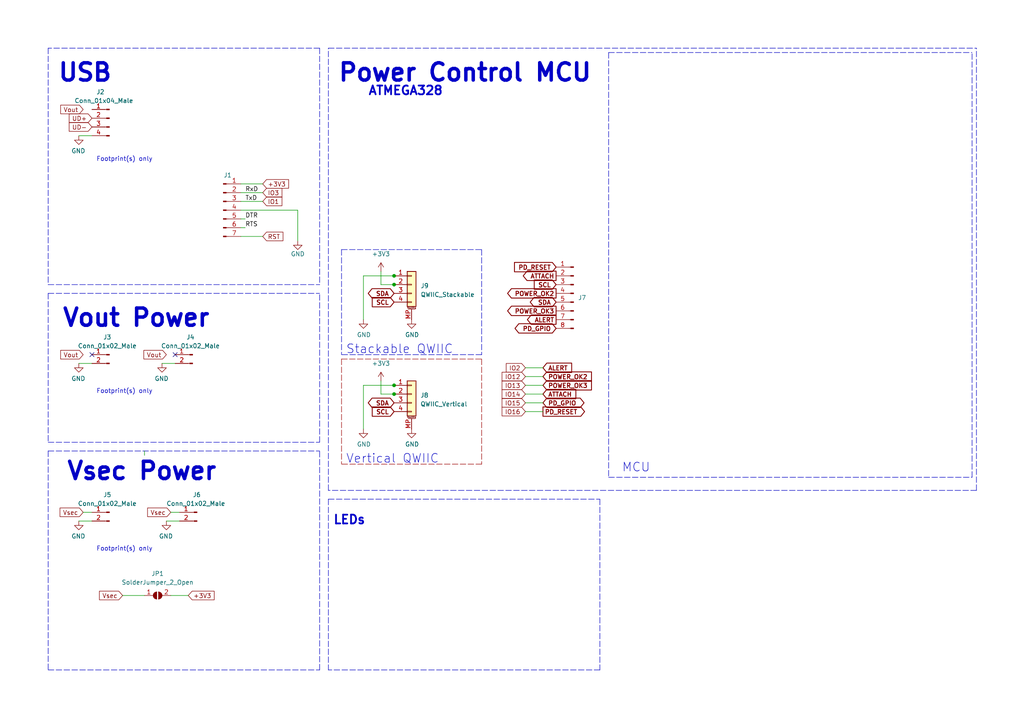
<source format=kicad_sch>
(kicad_sch (version 20211123) (generator eeschema)
  (paper "A4")
  (title_block (title "Pro-Mini Clone") (rev "0.0.0") (company "The Nerd Mage") (comment 2 "Massively a WIP!"))
  (lib_symbols
    (symbol "Connector:Conn_01x02_Male" (pin_names (offset 1.016) hide)
      (property "Reference" "J" (at 0 2.54 0))
      (property "Value" "Conn_01x02_Male" (at 0 -5.08 0))
      (symbol "Conn_01x02_Male_1_1"
        (polyline (pts (xy 1.27 -2.54) (xy 0.8636 -2.54)) (stroke (width 0.1524)))
        (polyline (pts (xy 1.27 0) (xy 0.8636 0)) (stroke (width 0.1524)))
        (rectangle (start 0.8636 -2.413) (end 0 -2.667) (stroke (width 0.1524)) (fill (type outline)))
        (rectangle (start 0.8636 0.127) (end 0 -0.127) (stroke (width 0.1524)) (fill (type outline)))
        (pin passive line (at 5.08 0 180) (length 3.81) (name "Pin_1") (number "1"))
        (pin passive line (at 5.08 -2.54 180) (length 3.81) (name "Pin_2") (number "2"))
      )
    )
    (symbol "Connector:Conn_01x04_Male" (pin_names (offset 1.016) hide)
      (property "Reference" "J" (at 0 5.08 0))
      (property "Value" "Conn_01x04_Male" (at 0 -7.62 0))
      (symbol "Conn_01x04_Male_1_1"
        (polyline (pts (xy 1.27 -5.08) (xy 0.8636 -5.08)) (stroke (width 0.1524)))
        (polyline (pts (xy 1.27 -2.54) (xy 0.8636 -2.54)) (stroke (width 0.1524)))
        (polyline (pts (xy 1.27 0) (xy 0.8636 0)) (stroke (width 0.1524)))
        (polyline (pts (xy 1.27 2.54) (xy 0.8636 2.54)) (stroke (width 0.1524)))
        (rectangle (start 0.8636 -4.953) (end 0 -5.207) (stroke (width 0.1524)) (fill (type outline)))
        (rectangle (start 0.8636 -2.413) (end 0 -2.667) (stroke (width 0.1524)) (fill (type outline)))
        (rectangle (start 0.8636 0.127) (end 0 -0.127) (stroke (width 0.1524)) (fill (type outline)))
        (rectangle (start 0.8636 2.667) (end 0 2.413) (stroke (width 0.1524)) (fill (type outline)))
        (pin passive line (at 5.08 2.54 180) (length 3.81) (name "Pin_1") (number "1"))
        (pin passive line (at 5.08 0 180) (length 3.81) (name "Pin_2") (number "2"))
        (pin passive line (at 5.08 -2.54 180) (length 3.81) (name "Pin_3") (number "3"))
        (pin passive line (at 5.08 -5.08 180) (length 3.81) (name "Pin_4") (number "4"))
      )
    )
    (symbol "Connector:Conn_01x07_Male" (pin_names (offset 1.016) hide)
      (property "Reference" "J" (at 0 10.16 0))
      (property "Value" "Conn_01x07_Male" (at 0 -10.16 0))
      (symbol "Conn_01x07_Male_1_1"
        (polyline (pts (xy 1.27 -7.62) (xy 0.8636 -7.62)) (stroke (width 0.1524)))
        (polyline (pts (xy 1.27 -5.08) (xy 0.8636 -5.08)) (stroke (width 0.1524)))
        (polyline (pts (xy 1.27 -2.54) (xy 0.8636 -2.54)) (stroke (width 0.1524)))
        (polyline (pts (xy 1.27 0) (xy 0.8636 0)) (stroke (width 0.1524)))
        (polyline (pts (xy 1.27 2.54) (xy 0.8636 2.54)) (stroke (width 0.1524)))
        (polyline (pts (xy 1.27 5.08) (xy 0.8636 5.08)) (stroke (width 0.1524)))
        (polyline (pts (xy 1.27 7.62) (xy 0.8636 7.62)) (stroke (width 0.1524)))
        (rectangle (start 0.8636 -7.493) (end 0 -7.747) (stroke (width 0.1524)) (fill (type outline)))
        (rectangle (start 0.8636 -4.953) (end 0 -5.207) (stroke (width 0.1524)) (fill (type outline)))
        (rectangle (start 0.8636 -2.413) (end 0 -2.667) (stroke (width 0.1524)) (fill (type outline)))
        (rectangle (start 0.8636 0.127) (end 0 -0.127) (stroke (width 0.1524)) (fill (type outline)))
        (rectangle (start 0.8636 2.667) (end 0 2.413) (stroke (width 0.1524)) (fill (type outline)))
        (rectangle (start 0.8636 5.207) (end 0 4.953) (stroke (width 0.1524)) (fill (type outline)))
        (rectangle (start 0.8636 7.747) (end 0 7.493) (stroke (width 0.1524)) (fill (type outline)))
        (pin passive line (at 5.08 7.62 180) (length 3.81) (name "Pin_1") (number "1"))
        (pin passive line (at 5.08 5.08 180) (length 3.81) (name "Pin_2") (number "2"))
        (pin passive line (at 5.08 2.54 180) (length 3.81) (name "Pin_3") (number "3"))
        (pin passive line (at 5.08 0 180) (length 3.81) (name "Pin_4") (number "4"))
        (pin passive line (at 5.08 -2.54 180) (length 3.81) (name "Pin_5") (number "5"))
        (pin passive line (at 5.08 -5.08 180) (length 3.81) (name "Pin_6") (number "6"))
        (pin passive line (at 5.08 -7.62 180) (length 3.81) (name "Pin_7") (number "7"))
      )
    )
    (symbol "Connector:Conn_01x08_Male" (pin_names (offset 1.016) hide)
      (property "Reference" "J" (at 0 10.16 0))
      (property "Value" "Conn_01x08_Male" (at 0 -12.7 0))
      (symbol "Conn_01x08_Male_1_1"
        (polyline (pts (xy 1.27 -10.16) (xy 0.8636 -10.16)) (stroke (width 0.1524)))
        (polyline (pts (xy 1.27 -7.62) (xy 0.8636 -7.62)) (stroke (width 0.1524)))
        (polyline (pts (xy 1.27 -5.08) (xy 0.8636 -5.08)) (stroke (width 0.1524)))
        (polyline (pts (xy 1.27 -2.54) (xy 0.8636 -2.54)) (stroke (width 0.1524)))
        (polyline (pts (xy 1.27 0) (xy 0.8636 0)) (stroke (width 0.1524)))
        (polyline (pts (xy 1.27 2.54) (xy 0.8636 2.54)) (stroke (width 0.1524)))
        (polyline (pts (xy 1.27 5.08) (xy 0.8636 5.08)) (stroke (width 0.1524)))
        (polyline (pts (xy 1.27 7.62) (xy 0.8636 7.62)) (stroke (width 0.1524)))
        (rectangle (start 0.8636 -10.033) (end 0 -10.287) (stroke (width 0.1524)) (fill (type outline)))
        (rectangle (start 0.8636 -7.493) (end 0 -7.747) (stroke (width 0.1524)) (fill (type outline)))
        (rectangle (start 0.8636 -4.953) (end 0 -5.207) (stroke (width 0.1524)) (fill (type outline)))
        (rectangle (start 0.8636 -2.413) (end 0 -2.667) (stroke (width 0.1524)) (fill (type outline)))
        (rectangle (start 0.8636 0.127) (end 0 -0.127) (stroke (width 0.1524)) (fill (type outline)))
        (rectangle (start 0.8636 2.667) (end 0 2.413) (stroke (width 0.1524)) (fill (type outline)))
        (rectangle (start 0.8636 5.207) (end 0 4.953) (stroke (width 0.1524)) (fill (type outline)))
        (rectangle (start 0.8636 7.747) (end 0 7.493) (stroke (width 0.1524)) (fill (type outline)))
        (pin passive line (at 5.08 7.62 180) (length 3.81) (name "Pin_1") (number "1"))
        (pin passive line (at 5.08 5.08 180) (length 3.81) (name "Pin_2") (number "2"))
        (pin passive line (at 5.08 2.54 180) (length 3.81) (name "Pin_3") (number "3"))
        (pin passive line (at 5.08 0 180) (length 3.81) (name "Pin_4") (number "4"))
        (pin passive line (at 5.08 -2.54 180) (length 3.81) (name "Pin_5") (number "5"))
        (pin passive line (at 5.08 -5.08 180) (length 3.81) (name "Pin_6") (number "6"))
        (pin passive line (at 5.08 -7.62 180) (length 3.81) (name "Pin_7") (number "7"))
        (pin passive line (at 5.08 -10.16 180) (length 3.81) (name "Pin_8") (number "8"))
      )
    )
    (symbol "Connector_Generic_MountingPin:Conn_01x04_MountingPin" (pin_names (offset 1.016) hide)
      (property "Reference" "J" (at 0 5.08 0))
      (property "Value" "Conn_01x04_MountingPin" (at 1.27 -7.62 0))
      (symbol "Conn_01x04_MountingPin_1_1"
        (rectangle (start -1.27 -4.953) (end 0 -5.207) (stroke (width 0.1524)))
        (rectangle (start -1.27 -2.413) (end 0 -2.667) (stroke (width 0.1524)))
        (rectangle (start -1.27 0.127) (end 0 -0.127) (stroke (width 0.1524)))
        (rectangle (start -1.27 2.667) (end 0 2.413) (stroke (width 0.1524)))
        (rectangle (start -1.27 3.81) (end 1.27 -6.35) (stroke (width 0.254)) (fill (type background)))
        (polyline (pts (xy -1.016 -7.112) (xy 1.016 -7.112)) (stroke (width 0.1524)))
        (text "Mounting" (at 0 -6.731 0) (effects (font (size 0.381 0.381))))
        (pin passive line (at -5.08 2.54 0) (length 3.81) (name "Pin_1") (number "1"))
        (pin passive line (at -5.08 0 0) (length 3.81) (name "Pin_2") (number "2"))
        (pin passive line (at -5.08 -2.54 0) (length 3.81) (name "Pin_3") (number "3"))
        (pin passive line (at -5.08 -5.08 0) (length 3.81) (name "Pin_4") (number "4"))
        (pin passive line (at 0 -10.16 90) (length 3.048) (name "MountPin") (number "MP"))
      )
    )
    (symbol "Connector_QWIIC_Stackable:QWIIC_Stackable" (pin_names (offset 1.016) hide)
      (property "Reference" "J" (at 0 5.08 0))
      (property "Value" "QWIIC_Stackable" (at 1.27 -7.62 0))
      (symbol "QWIIC_Stackable_1_1"
        (rectangle (start -1.27 -4.953) (end 0 -5.207) (stroke (width 0.1524)))
        (rectangle (start -1.27 -2.413) (end 0 -2.667) (stroke (width 0.1524)))
        (rectangle (start -1.27 0.127) (end 0 -0.127) (stroke (width 0.1524)))
        (rectangle (start -1.27 2.667) (end 0 2.413) (stroke (width 0.1524)))
        (rectangle (start -1.27 3.81) (end 1.27 -6.35) (stroke (width 0.254)) (fill (type background)))
        (polyline (pts (xy -1.016 -7.112) (xy 1.016 -7.112)) (stroke (width 0.1524)))
        (text "Mounting" (at 0 -6.731 0) (effects (font (size 0.381 0.381))))
        (pin passive line (at -5.08 2.54 0) (length 3.81) (name "Pin_1") (number "1"))
        (pin passive line (at -5.08 0 0) (length 3.81) (name "Pin_2") (number "2"))
        (pin passive line (at -5.08 -2.54 0) (length 3.81) (name "Pin_3") (number "3"))
        (pin passive line (at -5.08 -5.08 0) (length 3.81) (name "Pin_4") (number "4"))
        (pin passive line (at 0 -10.16 90) (length 3.048) (name "MountPin") (number "MP"))
      )
    )
    (symbol "Jumper:SolderJumper_2_Open" (pin_names (offset 0) hide)
      (property "Reference" "JP" (at 0 2.032 0))
      (property "Value" "SolderJumper_2_Open" (at 0 -2.54 0))
      (symbol "SolderJumper_2_Open_0_1"
        (arc (start -0.254 1.016) (mid -1.27 0) (end -0.254 -1.016))
        (arc (start -0.254 1.016) (mid -1.27 0) (end -0.254 -1.016) (fill (type outline)))
        (polyline (pts (xy -0.254 1.016) (xy -0.254 -1.016)))
        (polyline (pts (xy 0.254 1.016) (xy 0.254 -1.016)))
        (arc (start 0.254 -1.016) (mid 1.27 0) (end 0.254 1.016))
        (arc (start 0.254 -1.016) (mid 1.27 0) (end 0.254 1.016) (fill (type outline)))
      )
      (symbol "SolderJumper_2_Open_1_1"
        (pin passive line (at -3.81 0 0) (length 2.54) (name "A") (number "1"))
        (pin passive line (at 3.81 0 180) (length 2.54) (name "B") (number "2"))
      )
    )
    (symbol "power:+3.3V" (power) (pin_names (offset 0))
      (property "Value" "+3.3V" (at 0 3.556 0))
      (symbol "+3.3V_0_1"
        (polyline (pts (xy -0.762 1.27) (xy 0 2.54)))
        (polyline (pts (xy 0 0) (xy 0 2.54)))
        (polyline (pts (xy 0 2.54) (xy 0.762 1.27)))
      )
      (symbol "+3.3V_1_1"
        (pin power_in line (at 0 0 90) (length 0) hide (name "+3V3") (number "1"))
      )
    )
    (symbol "power:GND" (power) (pin_names (offset 0))
      (property "Value" "GND" (at 0 -3.81 0))
      (symbol "GND_0_1"
        (polyline (pts (xy 0 0) (xy 0 -1.27) (xy 1.27 -1.27) (xy 0 -2.54) (xy -1.27 -1.27) (xy 0 -1.27)))
      )
      (symbol "GND_1_1"
        (pin power_in line (at 0 0 270) (length 0) hide (name "GND") (number "1"))
      )
    )
  )
  (junction (at 114.3 82.55))
  (junction (at 114.3 111.76))
  (junction (at 114.3 80.01))
  (junction (at 114.3 114.3))
  (no_connect (at 50.8 102.87))
  (no_connect (at 26.67 102.87))
  (wire (pts (xy 114.3 114.3) (xy 114.2451 114.3184)))
  (wire (pts (xy 114.3 82.55) (xy 110.49 82.55)))
  (wire (pts (xy 35.56 172.72) (xy 41.91 172.72)))
  (polyline (pts (xy 95.25 144.78) (xy 173.99 144.78)))
  (polyline (pts (xy 92.71 13.97) (xy 92.71 82.55)))
  (polyline (pts (xy 176.53 138.43) (xy 281.94 138.43)))
  (wire (pts (xy 114.3 82.55) (xy 114.2451 82.5684)))
  (polyline (pts (xy 92.71 13.97) (xy 13.97 13.97)))
  (polyline (pts (xy 13.97 128.27) (xy 92.71 128.27)))
  (polyline (pts (xy 95.25 144.78) (xy 95.25 194.31)))
  (polyline (pts (xy 99.06 104.14) (xy 99.06 134.62)) (stroke (width 0) (color 155 0 0 1)))
  (wire (pts (xy 69.85 53.34) (xy 76.2 53.34)))
  (wire (pts (xy 110.49 114.3) (xy 110.49 110.49)))
  (polyline (pts (xy 92.71 128.27) (xy 92.71 85.09)))
  (polyline (pts (xy 139.7 72.39) (xy 139.7 102.87)))
  (wire (pts (xy 114.3 80.01) (xy 105.41 80.01)))
  (polyline (pts (xy 13.97 130.81) (xy 92.71 130.81)))
  (polyline (pts (xy 99.06 104.14) (xy 139.7 104.14)) (stroke (width 0) (color 155 0 0 1)))
  (wire (pts (xy 69.85 66.04) (xy 71.12 66.04)))
  (wire (pts (xy 69.85 63.5) (xy 71.12 63.5)))
  (polyline (pts (xy 13.97 85.09) (xy 13.97 128.27)))
  (wire (pts (xy 69.85 68.58) (xy 76.2 68.58)))
  (wire (pts (xy 152.4 109.22) (xy 157.48 109.22)))
  (polyline (pts (xy 173.99 194.31) (xy 95.25 194.31)))
  (polyline (pts (xy 176.53 15.24) (xy 176.53 138.43)))
  (polyline (pts (xy 281.94 138.43) (xy 281.94 15.24)))
  (polyline (pts (xy 13.97 194.31) (xy 92.71 194.31)))
  (wire (pts (xy 26.67 39.37) (xy 22.86 39.37)))
  (wire (pts (xy 110.49 82.55) (xy 110.49 78.74)))
  (wire (pts (xy 69.85 58.42) (xy 76.2 58.42)))
  (polyline (pts (xy 13.97 82.55) (xy 92.71 82.55)))
  (polyline (pts (xy 95.25 142.24) (xy 95.25 13.97)))
  (polyline (pts (xy 92.71 194.31) (xy 92.71 130.81)))
  (polyline (pts (xy 13.97 130.81) (xy 13.97 194.31)))
  (wire (pts (xy 152.4 119.38) (xy 157.48 119.38)))
  (wire (pts (xy 86.36 60.96) (xy 69.85 60.96)))
  (polyline (pts (xy 95.25 13.97) (xy 283.21 13.97)))
  (polyline (pts (xy 283.21 142.24) (xy 95.25 142.24)))
  (polyline (pts (xy 99.06 72.39) (xy 139.7 72.39)))
  (polyline (pts (xy 13.97 13.97) (xy 13.97 82.55)))
  (wire (pts (xy 26.67 105.41) (xy 22.86 105.41)))
  (wire (pts (xy 69.85 55.88) (xy 76.2 55.88)))
  (wire (pts (xy 152.4 114.3) (xy 157.48 114.3)))
  (polyline (pts (xy 139.7 104.14) (xy 139.7 134.62)) (stroke (width 0) (color 155 0 0 1)))
  (wire (pts (xy 41.91 132.08) (xy 41.91 130.81)))
  (polyline (pts (xy 99.06 72.39) (xy 99.06 102.87)))
  (wire (pts (xy 152.4 106.68) (xy 157.48 106.68)))
  (wire (pts (xy 49.53 172.72) (xy 54.61 172.72)))
  (wire (pts (xy 152.4 111.76) (xy 157.48 111.76)))
  (wire (pts (xy 49.53 148.59) (xy 52.07 148.59)))
  (wire (pts (xy 114.3 111.76) (xy 114.2451 111.7784)))
  (wire (pts (xy 105.41 80.01) (xy 105.41 92.71)))
  (wire (pts (xy 114.3 111.76) (xy 105.41 111.76)))
  (wire (pts (xy 114.3 114.3) (xy 110.49 114.3)))
  (polyline (pts (xy 173.99 144.78) (xy 173.99 194.31)))
  (polyline (pts (xy 139.7 134.62) (xy 99.06 134.62)) (stroke (width 0) (color 155 0 0 1)))
  (wire (pts (xy 52.07 151.13) (xy 48.26 151.13)))
  (wire (pts (xy 86.36 69.85) (xy 86.36 60.96)))
  (wire (pts (xy 50.8 105.41) (xy 46.99 105.41)))
  (wire (pts (xy 114.3 80.01) (xy 114.2451 80.0284)))
  (polyline (pts (xy 283.21 142.24) (xy 283.21 13.97)))
  (polyline (pts (xy 139.7 102.87) (xy 99.06 102.87)))
  (polyline (pts (xy 13.97 85.09) (xy 92.71 85.09)))
  (wire (pts (xy 24.13 148.59) (xy 26.67 148.59)))
  (polyline (pts (xy 176.53 15.24) (xy 281.94 15.24)))
  (wire (pts (xy 26.67 151.13) (xy 22.86 151.13)))
  (wire (pts (xy 105.41 111.76) (xy 105.41 124.46)))
  (wire (pts (xy 152.4 116.84) (xy 157.48 116.84)))
  (text "Vsec Power" (at 19.05 139.7 0) (effects (font (size 5 5) (thickness 1) bold) (justify left bottom)))
  (text "Vout Power" (at 17.78 95.25 0) (effects (font (size 5 5) (thickness 1) bold) (justify left bottom)))
  (text "MCU" (at 180.34 137.16 0) (effects (font (size 2.54 2.54)) (justify left bottom)))
  (text "Footprint(s) only" (at 27.94 46.99 0) (effects (font (size 1.27 1.27)) (justify left bottom)))
  (text "Footprint(s) only" (at 27.94 160.02 0) (effects (font (size 1.27 1.27)) (justify left bottom)))
  (text "ATMEGA328" (at 106.68 27.94 180) (effects (font (size 2.54 2.54) (thickness 0.508) bold) (justify left bottom)))
  (text "USB" (at 16.51 24.13 0) (effects (font (size 5 5) (thickness 1) bold) (justify left bottom)))
  (text "Stackable QWIIC" (at 100.33 102.87 0) (effects (font (size 2.54 2.54)) (justify left bottom)))
  (text "Vertical QWIIC" (at 100.33 134.62 0) (effects (font (size 2.54 2.54)) (justify left bottom)))
  (text "Power Control MCU" (at 97.79 24.13 0) (effects (font (size 5 5) (thickness 1) bold) (justify left bottom)))
  (text "Footprint(s) only" (at 27.94 114.3 0) (effects (font (size 1.27 1.27)) (justify left bottom)))
  (text "LEDs" (at 96.52 152.4 180) (effects (font (size 2.54 2.54) (thickness 0.508) bold) (justify left bottom)))
  (label "RTS" (at 71.12 66.04 0))
  (label "RxD" (at 71.12 55.88 0))
  (label "TxD" (at 71.12 58.42 0))
  (label "DTR" (at 71.12 63.5 0))
  (global_label "RST" (shape input) (at 76.2 68.58 0) (property "Intersheet References" "${INTERSHEET_REFS}" (effects hide)))
  (global_label "PD_RESET" (shape output) (at 157.48 119.38 0) (effects (font (thickness 0.254) bold)) (property "Intersheet References" "${INTERSHEET_REFS}" (effects hide)))
  (global_label "IO12" (shape input) (at 152.4 109.22 180) (property "Intersheet References" "${INTERSHEET_REFS}" (effects hide)))
  (global_label "ATTACH" (shape input) (at 157.48 114.3 0) (effects (font (thickness 0.254) bold)) (property "Intersheet References" "${INTERSHEET_REFS}" (effects hide)))
  (global_label "PD_GPIO" (shape bidirectional) (at 161.29 95.25 180) (effects (font (thickness 0.254) bold)) (property "Intersheet References" "${INTERSHEET_REFS}" (effects hide)))
  (global_label "IO2" (shape input) (at 152.4 106.68 180) (property "Intersheet References" "${INTERSHEET_REFS}" (effects hide)))
  (global_label "Vout" (shape input) (at 24.13 31.75 180) (property "Intersheet References" "${INTERSHEET_REFS}" (effects hide)))
  (global_label "POWER_OK2" (shape input) (at 157.48 109.22 0) (effects (font (thickness 0.254) bold)) (property "Intersheet References" "${INTERSHEET_REFS}" (effects hide)))
  (global_label "IO16" (shape input) (at 152.4 119.38 180) (property "Intersheet References" "${INTERSHEET_REFS}" (effects hide)))
  (global_label "SDA" (shape bidirectional) (at 114.3 116.84 180) (effects (font bold)) (property "Intersheet References" "${INTERSHEET_REFS}" (effects hide)))
  (global_label "Vout" (shape input) (at 24.13 102.87 180) (property "Intersheet References" "${INTERSHEET_REFS}" (effects hide)))
  (global_label "PD_RESET" (shape input) (at 161.29 77.47 180) (effects (font (thickness 0.254) bold)) (property "Intersheet References" "${INTERSHEET_REFS}" (effects hide)))
  (global_label "PD_GPIO" (shape bidirectional) (at 157.48 116.84 0) (effects (font (thickness 0.254) bold)) (property "Intersheet References" "${INTERSHEET_REFS}" (effects hide)))
  (global_label "IO3" (shape input) (at 76.2 55.88 0) (property "Intersheet References" "${INTERSHEET_REFS}" (effects hide)))
  (global_label "Vsec" (shape input) (at 24.13 148.59 180) (property "Intersheet References" "${INTERSHEET_REFS}" (effects hide)))
  (global_label "IO15" (shape input) (at 152.4 116.84 180) (property "Intersheet References" "${INTERSHEET_REFS}" (effects hide)))
  (global_label "UD-" (shape input) (at 26.67 36.83 180) (property "Intersheet References" "${INTERSHEET_REFS}" (effects hide)))
  (global_label "Vout" (shape input) (at 48.26 102.87 180) (property "Intersheet References" "${INTERSHEET_REFS}" (effects hide)))
  (global_label "IO14" (shape input) (at 152.4 114.3 180) (property "Intersheet References" "${INTERSHEET_REFS}" (effects hide)))
  (global_label "+3V3" (shape input) (at 54.61 172.72 0) (property "Intersheet References" "${INTERSHEET_REFS}" (effects hide)))
  (global_label "ALERT" (shape input) (at 157.48 106.68 0) (effects (font bold)) (property "Intersheet References" "${INTERSHEET_REFS}" (effects hide)))
  (global_label "Vsec" (shape input) (at 35.56 172.72 180) (property "Intersheet References" "${INTERSHEET_REFS}" (effects hide)))
  (global_label "POWER_OK3" (shape input) (at 157.48 111.76 0) (effects (font (thickness 0.254) bold)) (property "Intersheet References" "${INTERSHEET_REFS}" (effects hide)))
  (global_label "SDA" (shape bidirectional) (at 114.3 85.09 180) (effects (font bold)) (property "Intersheet References" "${INTERSHEET_REFS}" (effects hide)))
  (global_label "+3V3" (shape input) (at 76.2 53.34 0) (property "Intersheet References" "${INTERSHEET_REFS}" (effects hide)))
  (global_label "SCL" (shape input) (at 114.3 119.38 180) (effects (font (thickness 0.254) bold)) (property "Intersheet References" "${INTERSHEET_REFS}" (effects hide)))
  (global_label "IO1" (shape input) (at 76.2 58.42 0) (property "Intersheet References" "${INTERSHEET_REFS}" (effects hide)))
  (global_label "SDA" (shape bidirectional) (at 161.29 87.63 180) (effects (font bold)) (property "Intersheet References" "${INTERSHEET_REFS}" (effects hide)))
  (global_label "ALERT" (shape output) (at 161.29 92.71 180) (effects (font bold)) (property "Intersheet References" "${INTERSHEET_REFS}" (effects hide)))
  (global_label "ATTACH" (shape output) (at 161.29 80.01 180) (effects (font (thickness 0.254) bold)) (property "Intersheet References" "${INTERSHEET_REFS}" (effects hide)))
  (global_label "IO13" (shape input) (at 152.4 111.76 180) (property "Intersheet References" "${INTERSHEET_REFS}" (effects hide)))
  (global_label "SCL" (shape input) (at 114.3 87.63 180) (effects (font (thickness 0.254) bold)) (property "Intersheet References" "${INTERSHEET_REFS}" (effects hide)))
  (global_label "SCL" (shape input) (at 161.29 82.55 180) (effects (font (thickness 0.254) bold)) (property "Intersheet References" "${INTERSHEET_REFS}" (effects hide)))
  (global_label "Vsec" (shape input) (at 49.53 148.59 180) (property "Intersheet References" "${INTERSHEET_REFS}" (effects hide)))
  (global_label "POWER_OK3" (shape output) (at 161.29 90.17 180) (effects (font (thickness 0.254) bold)) (property "Intersheet References" "${INTERSHEET_REFS}" (effects hide)))
  (global_label "POWER_OK2" (shape output) (at 161.29 85.09 180) (effects (font (thickness 0.254) bold)) (property "Intersheet References" "${INTERSHEET_REFS}" (effects hide)))
  (global_label "UD+" (shape input) (at 26.67 34.29 180) (property "Intersheet References" "${INTERSHEET_REFS}" (effects hide)))
  (symbol (lib_id "power:GND") (at 105.41 124.46 0) (unit 1)
    (property "Reference" "#PWR0109" (effects hide))
    (property "Value" "GND" (at 105.537 128.8542 0))
  )
  (symbol (lib_id "Connector:Conn_01x07_Male") (at 64.77 60.96 0) (unit 1) (in_bom no)
    (property "Reference" "J1" (at 66.04 50.8 0))
    (property "Value" "Conn_01x07_Male" (effects hide))
    (property "Footprint" "Tinker:Board_Stacker_7" (effects hide))
    (property "Note" "Footprint only" (effects hide))
  )
  (symbol (lib_id "Connector:Conn_01x02_Male") (at 31.75 102.87 0) (mirror y) (unit 1) (in_bom no)
    (property "Reference" "J3" (at 31.115 97.79 0))
    (property "Value" "Conn_01x02_Male" (at 31.115 100.33 0))
    (property "Footprint" "Tinker:Board_Stacker_2" (effects hide))
  )
  (symbol (lib_id "power:GND") (at 22.86 39.37 0) (mirror y) (unit 1)
    (property "Reference" "#PWR0106" (effects hide))
    (property "Value" "GND" (at 22.733 43.7642 0))
  )
  (symbol (lib_id "Connector_Generic_MountingPin:Conn_01x04_MountingPin") (at 119.38 114.3 0) (unit 1) (in_bom no) (on_board no)
    (property "Reference" "J8" (at 121.92 114.6555 0) (effects (justify left)))
    (property "Value" "QWIIC_Vertical" (at 121.92 117.1955 0) (effects (justify left)))
    (property "Footprint" "Tinker:QWIIC_Vertical" (effects hide))
    (property "LCSC" "C145961" (effects hide))
  )
  (symbol (lib_id "Connector:Conn_01x08_Male") (at 166.37 85.09 0) (mirror y) (unit 1)
    (property "Reference" "J7" (at 167.64 86.3599 0) (effects (justify right)))
    (property "Value" "Conn_01x08_Male" (effects hide))
    (property "Footprint" "Tinker:PinHeader_2x04_P1.27mm_Vertical" (effects hide))
    (property "LCSC" "C2881786 + C2684732" (effects hide))
  )
  (symbol (lib_id "power:GND") (at 119.38 124.46 0) (unit 1)
    (property "Reference" "#PWR0110" (effects hide))
    (property "Value" "GND" (at 119.507 128.8542 0))
  )
  (symbol (lib_id "power:GND") (at 22.86 105.41 0) (mirror y) (unit 1)
    (property "Reference" "#PWR0104" (effects hide))
    (property "Value" "GND" (at 22.733 109.8042 0))
  )
  (symbol (lib_id "power:+3.3V") (at 110.49 78.74 0) (unit 1)
    (property "Reference" "#PWR0115" (effects hide))
    (property "Value" "+3.3V" (at 110.49 73.66 0))
  )
  (symbol (lib_id "power:GND") (at 48.26 151.13 0) (mirror y) (unit 1)
    (property "Reference" "#PWR0101" (effects hide))
    (property "Value" "GND" (at 48.133 155.5242 0))
  )
  (symbol (lib_id "power:GND") (at 46.99 105.41 0) (mirror y) (unit 1)
    (property "Reference" "#PWR0121" (effects hide))
    (property "Value" "GND" (at 46.863 109.8042 0))
  )
  (symbol (lib_id "power:GND") (at 22.86 151.13 0) (mirror y) (unit 1)
    (property "Reference" "#PWR0120" (effects hide))
    (property "Value" "GND" (at 22.733 155.5242 0))
  )
  (symbol (lib_id "power:GND") (at 86.36 69.85 0) (unit 1)
    (property "Reference" "#PWR0102" (effects hide))
    (property "Value" "GND" (at 86.36 73.66 0))
  )
  (symbol (lib_id "Jumper:SolderJumper_2_Open") (at 45.72 172.72 0) (unit 1) (in_bom no)
    (property "Reference" "JP1" (at 45.72 166.37 0))
    (property "Value" "SolderJumper_2_Open" (at 45.72 168.91 0))
    (property "Footprint" "Tinker:SolderJumper-2_P_Open_Rounded_skinny" (effects hide))
  )
  (symbol (lib_id "Connector_QWIIC_Stackable:QWIIC_Stackable") (at 119.38 82.55 0) (unit 1)
    (property "Reference" "J9" (at 121.9749 82.9055 0) (effects (justify left)))
    (property "Value" "QWIIC_Stackable" (at 121.9749 85.4455 0) (effects (justify left)))
    (property "Footprint" "Tinker:QWIIC_Stack_II" (effects hide))
    (property "LCSC" "C145956, C2881513, C2938401" (effects hide))
  )
  (symbol (lib_id "Connector:Conn_01x02_Male") (at 57.15 148.59 0) (mirror y) (unit 1) (in_bom no)
    (property "Reference" "J6" (at 55.88 143.51 0) (effects (justify right)))
    (property "Value" "Conn_01x02_Male" (at 48.26 146.05 0) (effects (justify right)))
    (property "Footprint" "Tinker:Board_Stacker_2" (effects hide))
  )
  (symbol (lib_id "Connector:Conn_01x04_Male") (at 31.75 34.29 0) (mirror y) (unit 1) (in_bom no)
    (property "Reference" "J2" (at 27.94 26.67 0) (effects (justify right)))
    (property "Value" "Conn_01x04_Male" (at 21.59 29.21 0) (effects (justify right)))
    (property "Footprint" "Tinker:Board_Stacker_4" (effects hide))
  )
  (symbol (lib_id "power:GND") (at 119.38 92.71 0) (unit 1)
    (property "Reference" "#PWR0123" (effects hide))
    (property "Value" "GND" (at 119.507 97.1042 0))
  )
  (symbol (lib_id "power:+3.3V") (at 110.49 110.49 0) (unit 1)
    (property "Reference" "#PWR0113" (effects hide))
    (property "Value" "+3.3V" (at 110.49 105.41 0))
  )
  (symbol (lib_id "Connector:Conn_01x02_Male") (at 55.88 102.87 0) (mirror y) (unit 1) (in_bom no)
    (property "Reference" "J4" (at 55.245 97.79 0))
    (property "Value" "Conn_01x02_Male" (at 55.245 100.33 0))
    (property "Footprint" "Tinker:Board_Stacker_2" (effects hide))
  )
  (symbol (lib_id "power:GND") (at 105.41 92.71 0) (unit 1)
    (property "Reference" "#PWR0124" (effects hide))
    (property "Value" "GND" (at 105.537 97.1042 0))
  )
  (symbol (lib_id "Connector:Conn_01x02_Male") (at 31.75 148.59 0) (mirror y) (unit 1) (in_bom no)
    (property "Reference" "J5" (at 31.115 143.51 0))
    (property "Value" "Conn_01x02_Male" (at 31.115 146.05 0))
    (property "Footprint" "Tinker:Board_Stacker_2" (effects hide))
  )
)
</source>
